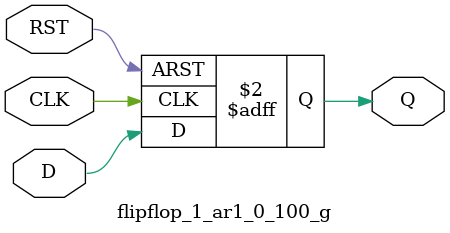
<source format=v>
module flipflop_1_ar1_0_100_g(CLK, RST, D, Q);
    input CLK;
    input RST;
    input D;
    output reg Q;

    always @(posedge CLK or posedge RST) begin
        if (RST) begin
            Q <= 1'h0;
        end
        else begin
            Q <= D;
        end
    end
endmodule

</source>
